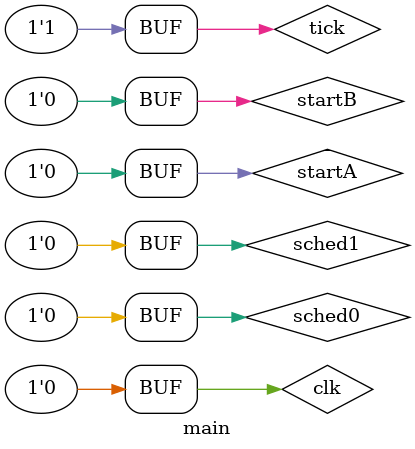
<source format=v>
module main;
    reg clk; reg sched0; reg sched1;
    reg startA, startB, tick;
    wire _rt_startA, _rt_startB, _rt_tick;
    wire error;
    reg[5:0] i;

    sched p(clk, sched0, sched1, startA, startB, tick, error, _rt_startA, _rt_startB, _rt_tick);
    initial begin
        $dumpfile("test.vcd");
        $dumpvars(0, main);
        clk = 0;
        sched0 = 0;
        sched1 = 0;
        startA = 0;
        startB = 0;
        tick = 0;
        toggle_clk;

        startA <= 1;
        sched0 <= 1;
        tick <= 1;
        toggle_clk;

        startA <= 0;
        sched0 <=0;
        toggle_clk;
        toggle_clk;
        toggle_clk;

        startB <= 1;
        sched0 <= 1;
        toggle_clk;

        startB <= 0;
        sched0 <= 0;
        startA <= 1;
        sched1 <= 1;
        toggle_clk;

        startA <= 0;
        sched1 <= 0;
        toggle_clk;
        toggle_clk;
        toggle_clk;
        toggle_clk;
        toggle_clk;

    end
    task toggle_clk;
      begin
        #10 clk = ~clk;
        #10 clk = ~clk;
      end
    endtask    
    task schedule0;
    begin
        sched0 <= 1;
        sched1 <= 0;
    end
    endtask
    task schedule1;
    begin
        sched0 <= 0;
        sched1 <= 1;
    end
    endtask
    task cleartasks;
    begin
        sched0 <= 0;
        sched1 <= 0;
    end
    endtask

endmodule

</source>
